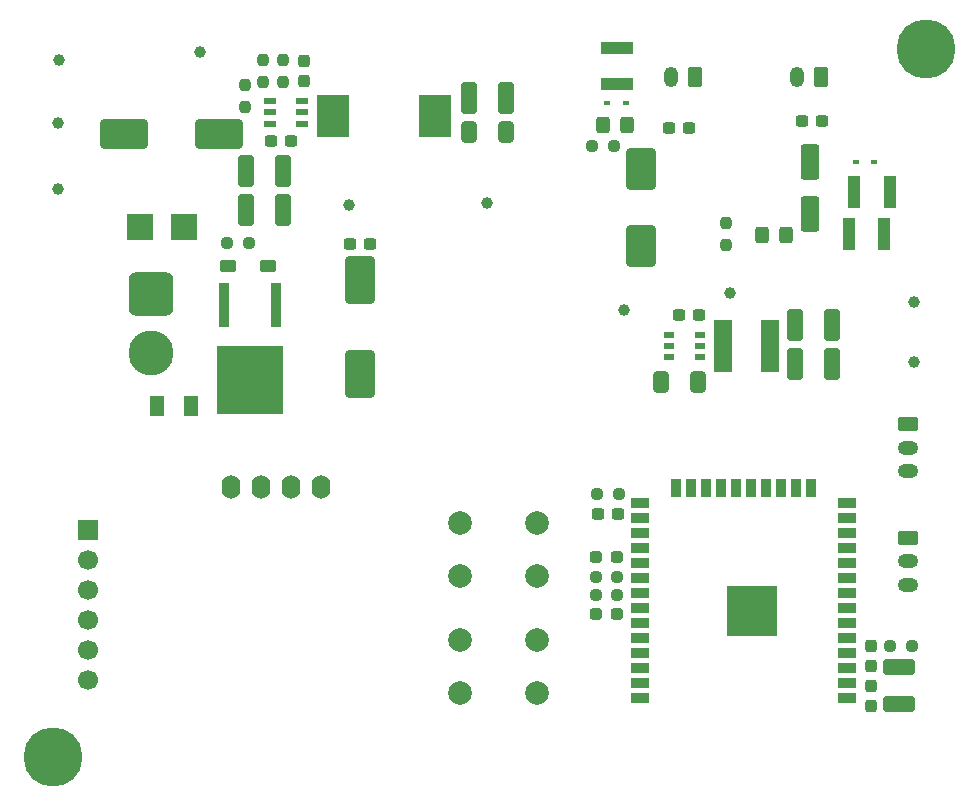
<source format=gbr>
%TF.GenerationSoftware,KiCad,Pcbnew,9.0.4*%
%TF.CreationDate,2025-11-21T04:25:38-05:00*%
%TF.ProjectId,pdb_v2,7064625f-7632-42e6-9b69-6361645f7063,v1*%
%TF.SameCoordinates,Original*%
%TF.FileFunction,Soldermask,Top*%
%TF.FilePolarity,Negative*%
%FSLAX46Y46*%
G04 Gerber Fmt 4.6, Leading zero omitted, Abs format (unit mm)*
G04 Created by KiCad (PCBNEW 9.0.4) date 2025-11-21 04:25:38*
%MOMM*%
%LPD*%
G01*
G04 APERTURE LIST*
G04 Aperture macros list*
%AMRoundRect*
0 Rectangle with rounded corners*
0 $1 Rounding radius*
0 $2 $3 $4 $5 $6 $7 $8 $9 X,Y pos of 4 corners*
0 Add a 4 corners polygon primitive as box body*
4,1,4,$2,$3,$4,$5,$6,$7,$8,$9,$2,$3,0*
0 Add four circle primitives for the rounded corners*
1,1,$1+$1,$2,$3*
1,1,$1+$1,$4,$5*
1,1,$1+$1,$6,$7*
1,1,$1+$1,$8,$9*
0 Add four rect primitives between the rounded corners*
20,1,$1+$1,$2,$3,$4,$5,0*
20,1,$1+$1,$4,$5,$6,$7,0*
20,1,$1+$1,$6,$7,$8,$9,0*
20,1,$1+$1,$8,$9,$2,$3,0*%
G04 Aperture macros list end*
%ADD10R,0.914400X3.708400*%
%ADD11R,5.562600X5.791200*%
%ADD12C,0.600000*%
%ADD13R,4.200000X4.200000*%
%ADD14R,1.500000X0.900000*%
%ADD15R,0.900000X1.500000*%
%ADD16C,1.000000*%
%ADD17RoundRect,0.250000X1.750000X1.000000X-1.750000X1.000000X-1.750000X-1.000000X1.750000X-1.000000X0*%
%ADD18RoundRect,0.250000X0.350000X0.625000X-0.350000X0.625000X-0.350000X-0.625000X0.350000X-0.625000X0*%
%ADD19O,1.200000X1.750000*%
%ADD20R,0.508000X0.355600*%
%ADD21O,1.600000X2.000000*%
%ADD22RoundRect,0.237500X0.287500X0.237500X-0.287500X0.237500X-0.287500X-0.237500X0.287500X-0.237500X0*%
%ADD23RoundRect,0.237500X-0.300000X-0.237500X0.300000X-0.237500X0.300000X0.237500X-0.300000X0.237500X0*%
%ADD24RoundRect,0.250000X-1.000000X1.500000X-1.000000X-1.500000X1.000000X-1.500000X1.000000X1.500000X0*%
%ADD25RoundRect,0.250000X-0.412500X-1.100000X0.412500X-1.100000X0.412500X1.100000X-0.412500X1.100000X0*%
%ADD26C,5.000000*%
%ADD27RoundRect,0.237500X0.250000X0.237500X-0.250000X0.237500X-0.250000X-0.237500X0.250000X-0.237500X0*%
%ADD28R,1.100000X0.599999*%
%ADD29RoundRect,0.250000X-0.625000X0.350000X-0.625000X-0.350000X0.625000X-0.350000X0.625000X0.350000X0*%
%ADD30O,1.750000X1.200000*%
%ADD31C,2.000000*%
%ADD32R,0.990600X2.794000*%
%ADD33R,2.180400X2.210000*%
%ADD34RoundRect,0.250000X-0.412500X-0.650000X0.412500X-0.650000X0.412500X0.650000X-0.412500X0.650000X0*%
%ADD35RoundRect,0.237500X-0.237500X0.250000X-0.237500X-0.250000X0.237500X-0.250000X0.237500X0.250000X0*%
%ADD36RoundRect,0.760000X-1.140000X1.140000X-1.140000X-1.140000X1.140000X-1.140000X1.140000X1.140000X0*%
%ADD37C,3.800000*%
%ADD38RoundRect,0.250000X-1.000000X1.750000X-1.000000X-1.750000X1.000000X-1.750000X1.000000X1.750000X0*%
%ADD39R,2.700000X3.600000*%
%ADD40RoundRect,0.250000X-0.325000X-0.450000X0.325000X-0.450000X0.325000X0.450000X-0.325000X0.450000X0*%
%ADD41RoundRect,0.118000X-0.594000X-0.354000X0.594000X-0.354000X0.594000X0.354000X-0.594000X0.354000X0*%
%ADD42RoundRect,0.237500X0.237500X-0.300000X0.237500X0.300000X-0.237500X0.300000X-0.237500X-0.300000X0*%
%ADD43RoundRect,0.250000X-1.100000X0.412500X-1.100000X-0.412500X1.100000X-0.412500X1.100000X0.412500X0*%
%ADD44R,1.700000X1.700000*%
%ADD45C,1.700000*%
%ADD46RoundRect,0.237500X0.300000X0.237500X-0.300000X0.237500X-0.300000X-0.237500X0.300000X-0.237500X0*%
%ADD47R,1.270000X1.778000*%
%ADD48RoundRect,0.237500X0.237500X-0.250000X0.237500X0.250000X-0.237500X0.250000X-0.237500X-0.250000X0*%
%ADD49RoundRect,0.237500X-0.250000X-0.237500X0.250000X-0.237500X0.250000X0.237500X-0.250000X0.237500X0*%
%ADD50R,2.794000X0.990600*%
%ADD51R,0.901700X0.508000*%
%ADD52R,1.600200X4.495800*%
%ADD53RoundRect,0.250000X0.550000X-1.250000X0.550000X1.250000X-0.550000X1.250000X-0.550000X-1.250000X0*%
%ADD54RoundRect,0.237500X-0.237500X0.300000X-0.237500X-0.300000X0.237500X-0.300000X0.237500X0.300000X0*%
G04 APERTURE END LIST*
D10*
%TO.C,Q1*%
X29637500Y-36787500D03*
D11*
X31832499Y-43137500D03*
D10*
X34027498Y-36787500D03*
%TD*%
D12*
%TO.C,U2*%
X72756795Y-61967500D03*
X72756795Y-63492500D03*
X73519295Y-61205000D03*
X73519295Y-62730000D03*
X73519295Y-64255000D03*
X74281795Y-61967500D03*
D13*
X74281795Y-62730000D03*
D12*
X74281795Y-63492500D03*
X75044295Y-61205000D03*
X75044295Y-62730000D03*
X75044295Y-64255000D03*
X75806795Y-61967500D03*
X75806795Y-63492500D03*
D14*
X64851795Y-70070000D03*
X64851795Y-68800000D03*
X64851795Y-67530000D03*
X64851795Y-66260000D03*
X64851795Y-64990000D03*
X64851795Y-63720000D03*
X64851795Y-62450000D03*
X64851795Y-61180000D03*
X64851795Y-59910000D03*
X64851795Y-58640000D03*
X64851795Y-57370000D03*
X64851795Y-56100000D03*
X64851795Y-54830000D03*
X64851795Y-53560000D03*
D15*
X67881795Y-52310000D03*
X69151795Y-52310000D03*
X70421795Y-52310000D03*
X71691795Y-52310000D03*
X72961795Y-52310000D03*
X74231795Y-52310000D03*
X75501795Y-52310000D03*
X76771795Y-52310000D03*
X78041795Y-52310000D03*
X79311795Y-52310000D03*
D14*
X82351795Y-53560000D03*
X82351795Y-54830000D03*
X82351795Y-56100000D03*
X82351795Y-57370000D03*
X82351795Y-58640000D03*
X82351795Y-59910000D03*
X82351795Y-61180000D03*
X82351795Y-62450000D03*
X82351795Y-63720000D03*
X82351795Y-64990000D03*
X82351795Y-66260000D03*
X82351795Y-67530000D03*
X82351795Y-68800000D03*
X82351795Y-70070000D03*
%TD*%
D16*
%TO.C,12V1*%
X51900000Y-28200000D03*
%TD*%
%TO.C,SW_12V1*%
X40200000Y-28300000D03*
%TD*%
%TO.C,GND1*%
X15600000Y-16100000D03*
%TD*%
D17*
%TO.C,C9*%
X29137500Y-22337500D03*
X21137500Y-22337500D03*
%TD*%
D18*
%TO.C,J2*%
X69487500Y-17475000D03*
D19*
X67487500Y-17475000D03*
%TD*%
D20*
%TO.C,D9*%
X83074900Y-24725001D03*
X84675100Y-24725001D03*
%TD*%
D21*
%TO.C,J8*%
X30180000Y-52200000D03*
X32720000Y-52200000D03*
X35260000Y-52200000D03*
X37800000Y-52200000D03*
%TD*%
D22*
%TO.C,D6*%
X62862500Y-63000000D03*
X61112500Y-63000000D03*
%TD*%
D23*
%TO.C,C21*%
X68100000Y-37687500D03*
X69825000Y-37687500D03*
%TD*%
D22*
%TO.C,D5*%
X62862500Y-58150000D03*
X61112500Y-58150000D03*
%TD*%
D23*
%TO.C,C12*%
X33575000Y-22900000D03*
X35300000Y-22900000D03*
%TD*%
D24*
%TO.C,C3*%
X64937500Y-25334700D03*
X64937500Y-31834700D03*
%TD*%
D16*
%TO.C,EN_3V3*%
X87987500Y-41625000D03*
%TD*%
D25*
%TO.C,C11*%
X31487500Y-25500000D03*
X34612500Y-25500000D03*
%TD*%
D26*
%TO.C,H2*%
X89044497Y-15100000D03*
%TD*%
D27*
%TO.C,R3*%
X87812500Y-65650000D03*
X85987500Y-65650000D03*
%TD*%
D28*
%TO.C,U1*%
X33521516Y-19550998D03*
X33521516Y-20500999D03*
X33521516Y-21451000D03*
X36221500Y-21451000D03*
X36221500Y-20500999D03*
X36221500Y-19550998D03*
%TD*%
D26*
%TO.C,H1*%
X15110000Y-75100000D03*
%TD*%
D29*
%TO.C,J7*%
X87500000Y-56500000D03*
D30*
X87500000Y-58500000D03*
X87500000Y-60500000D03*
%TD*%
D27*
%TO.C,R1*%
X31712500Y-31600000D03*
X29887500Y-31600000D03*
%TD*%
D31*
%TO.C,SW1*%
X49600000Y-65200000D03*
X56100000Y-65200000D03*
X49600000Y-69700000D03*
X56100000Y-69700000D03*
%TD*%
D32*
%TO.C,F6*%
X85972200Y-27275001D03*
X82975000Y-27275001D03*
%TD*%
D33*
%TO.C,D1*%
X26200000Y-30200000D03*
X22485600Y-30200000D03*
%TD*%
D32*
%TO.C,F4*%
X82476400Y-30775001D03*
X85473600Y-30775001D03*
%TD*%
D34*
%TO.C,C14*%
X50337500Y-22150000D03*
X53462500Y-22150000D03*
%TD*%
D35*
%TO.C,R4*%
X72125000Y-29861251D03*
X72125000Y-31686251D03*
%TD*%
D25*
%TO.C,C23*%
X77975000Y-41787500D03*
X81100000Y-41787500D03*
%TD*%
D36*
%TO.C,J1*%
X23400000Y-35900000D03*
D37*
X23400000Y-40900000D03*
%TD*%
D38*
%TO.C,C1*%
X41127498Y-34687500D03*
X41127498Y-42687500D03*
%TD*%
D39*
%TO.C,L1*%
X38800000Y-20787500D03*
X47500000Y-20787500D03*
%TD*%
D34*
%TO.C,C20*%
X66600000Y-43287500D03*
X69725000Y-43287500D03*
%TD*%
D40*
%TO.C,D3*%
X61712500Y-21584700D03*
X63762500Y-21584700D03*
%TD*%
D25*
%TO.C,C22*%
X77975000Y-38537500D03*
X81100000Y-38537500D03*
%TD*%
D41*
%TO.C,D2*%
X29952498Y-33487500D03*
X33302498Y-33487500D03*
%TD*%
D42*
%TO.C,C5*%
X84350000Y-67362500D03*
X84350000Y-65637500D03*
%TD*%
D27*
%TO.C,R2*%
X62600000Y-23384700D03*
X60775000Y-23384700D03*
%TD*%
D42*
%TO.C,C13*%
X36387500Y-17850000D03*
X36387500Y-16125000D03*
%TD*%
D23*
%TO.C,C4*%
X67275000Y-21825000D03*
X69000000Y-21825000D03*
%TD*%
D43*
%TO.C,C16*%
X86750000Y-67487500D03*
X86750000Y-70612500D03*
%TD*%
D16*
%TO.C,SW_3V3*%
X72437500Y-35775000D03*
%TD*%
D44*
%TO.C,J3*%
X18085000Y-55860000D03*
D45*
X18085000Y-58400000D03*
X18085000Y-60940000D03*
X18085000Y-63480000D03*
X18085000Y-66020000D03*
X18085000Y-68560000D03*
%TD*%
D29*
%TO.C,J6*%
X87500000Y-46900000D03*
D30*
X87500000Y-48900000D03*
X87500000Y-50900000D03*
%TD*%
D16*
%TO.C,FB_3V3*%
X63500000Y-37250000D03*
%TD*%
D46*
%TO.C,C6*%
X62964295Y-54469647D03*
X61239295Y-54469647D03*
%TD*%
D47*
%TO.C,F1*%
X23955200Y-45400000D03*
X26800000Y-45400000D03*
%TD*%
D48*
%TO.C,R6*%
X34637500Y-17912500D03*
X34637500Y-16087500D03*
%TD*%
D40*
%TO.C,D8*%
X75150000Y-30875001D03*
X77200000Y-30875001D03*
%TD*%
D16*
%TO.C,3V3*%
X88000000Y-36541666D03*
%TD*%
D49*
%TO.C,R8*%
X61189295Y-52850000D03*
X63014295Y-52850000D03*
%TD*%
D23*
%TO.C,C2*%
X40275000Y-31662500D03*
X42000000Y-31662500D03*
%TD*%
D50*
%TO.C,F2*%
X62837500Y-18084700D03*
X62837500Y-15087500D03*
%TD*%
D35*
%TO.C,R5*%
X32887500Y-16087500D03*
X32887500Y-17912500D03*
%TD*%
D16*
%TO.C,EN_12V1*%
X15577326Y-21400000D03*
%TD*%
D51*
%TO.C,U3*%
X67259000Y-39337498D03*
X67259000Y-40287499D03*
X67259000Y-41237500D03*
X69862500Y-41237500D03*
X69862500Y-40287499D03*
X69862500Y-39337498D03*
%TD*%
D31*
%TO.C,SW2*%
X56100000Y-59750000D03*
X49600000Y-59750000D03*
X56100000Y-55250000D03*
X49600000Y-55250000D03*
%TD*%
D27*
%TO.C,R9*%
X62900000Y-59800000D03*
X61075000Y-59800000D03*
%TD*%
D16*
%TO.C,FB_12V1*%
X27600000Y-15350000D03*
%TD*%
%TO.C,VBAT1*%
X15577326Y-27000000D03*
%TD*%
D20*
%TO.C,D4*%
X63637600Y-19734700D03*
X62037400Y-19734700D03*
%TD*%
D52*
%TO.C,L3*%
X71887499Y-40275000D03*
X75787501Y-40275000D03*
%TD*%
D27*
%TO.C,R10*%
X62900000Y-61400000D03*
X61075000Y-61400000D03*
%TD*%
D25*
%TO.C,C15*%
X50337500Y-19300000D03*
X53462500Y-19300000D03*
%TD*%
%TO.C,C10*%
X31487500Y-28750000D03*
X34612500Y-28750000D03*
%TD*%
D53*
%TO.C,C7*%
X79175000Y-29075001D03*
X79175000Y-24675001D03*
%TD*%
D23*
%TO.C,C24*%
X78525000Y-21215950D03*
X80250000Y-21215950D03*
%TD*%
D35*
%TO.C,R7*%
X31337500Y-18187500D03*
X31337500Y-20012500D03*
%TD*%
D54*
%TO.C,C17*%
X84351795Y-69037500D03*
X84351795Y-70762500D03*
%TD*%
D18*
%TO.C,J5*%
X80137500Y-17465950D03*
D19*
X78137500Y-17465950D03*
%TD*%
M02*

</source>
